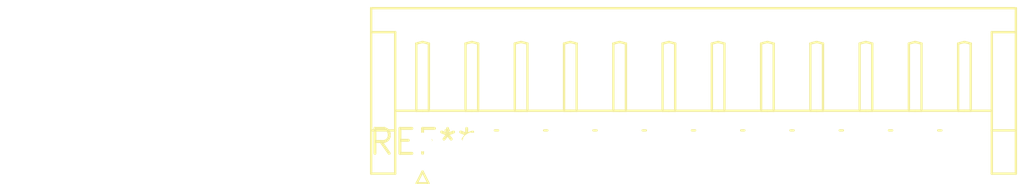
<source format=kicad_pcb>
(kicad_pcb (version 20240108) (generator pcbnew)
  (layers (0 "F.Cu" signal) (31 "B.Cu" signal) (34 "B.Paste" user) (35 "F.Paste" user) (36 "B.SilkS" user "B.Silkscreen") (37 "F.SilkS" user "F.Silkscreen") (38 "B.Mask" user) (39 "F.Mask" user) (44 "Edge.Cuts" user))
  (net 0 "")
  (footprint "JST_EH_S12B-EH_1x12_P2.50mm_Horizontal" (layer "F.Cu") (at 0 0)
    (property "Reference" "REF**")
    (property "Value" "JST_EH_S12B-EH_1x12_P2.50mm_Horizontal")
    (fp_line (start -2.61 -6.81) (end 30.11 -6.81) (layer "F.SilkS") (stroke (width 0.12)))
    (fp_line (start -2.61 -5.59) (end -1.39 -5.59) (layer "F.SilkS") (stroke (width 0.12)))
    (fp_line (start -2.61 1.61) (end -2.61 -6.81) (layer "F.SilkS") (stroke (width 0.12)))
    (fp_line (start -1.39 -5.59) (end -1.39 -0.59) (layer "F.SilkS") (stroke (width 0.12)))
    (fp_line (start -1.39 -1.59) (end 28.89 -1.59) (layer "F.SilkS") (stroke (width 0.12)))
    (fp_line (start -1.39 -0.59) (end -2.61 -0.59) (layer "F.SilkS") (stroke (width 0.12)))
    (fp_line (start -1.39 -0.59) (end -1.39 1.61) (layer "F.SilkS") (stroke (width 0.12)))
    (fp_line (start -1.39 1.61) (end -2.61 1.61) (layer "F.SilkS") (stroke (width 0.12)))
    (fp_line (start -0.32 -5.01) (end 0 -5.09) (layer "F.SilkS") (stroke (width 0.12)))
    (fp_line (start -0.32 -1.59) (end -0.32 -5.01) (layer "F.SilkS") (stroke (width 0.12)))
    (fp_line (start -0.3 2.1) (end 0.3 2.1) (layer "F.SilkS") (stroke (width 0.12)))
    (fp_line (start 0 -5.09) (end 0.32 -5.01) (layer "F.SilkS") (stroke (width 0.12)))
    (fp_line (start 0 -1.59) (end -0.32 -1.59) (layer "F.SilkS") (stroke (width 0.12)))
    (fp_line (start 0 1.5) (end -0.3 2.1) (layer "F.SilkS") (stroke (width 0.12)))
    (fp_line (start 0.3 2.1) (end 0 1.5) (layer "F.SilkS") (stroke (width 0.12)))
    (fp_line (start 0.32 -5.01) (end 0.32 -1.59) (layer "F.SilkS") (stroke (width 0.12)))
    (fp_line (start 0.32 -1.59) (end 0 -1.59) (layer "F.SilkS") (stroke (width 0.12)))
    (fp_line (start 1.17 -0.59) (end 1.33 -0.59) (layer "F.SilkS") (stroke (width 0.12)))
    (fp_line (start 2.18 -5.01) (end 2.5 -5.09) (layer "F.SilkS") (stroke (width 0.12)))
    (fp_line (start 2.18 -1.59) (end 2.18 -5.01) (layer "F.SilkS") (stroke (width 0.12)))
    (fp_line (start 2.5 -5.09) (end 2.82 -5.01) (layer "F.SilkS") (stroke (width 0.12)))
    (fp_line (start 2.5 -1.59) (end 2.18 -1.59) (layer "F.SilkS") (stroke (width 0.12)))
    (fp_line (start 2.82 -5.01) (end 2.82 -1.59) (layer "F.SilkS") (stroke (width 0.12)))
    (fp_line (start 2.82 -1.59) (end 2.5 -1.59) (layer "F.SilkS") (stroke (width 0.12)))
    (fp_line (start 3.67 -0.59) (end 3.83 -0.59) (layer "F.SilkS") (stroke (width 0.12)))
    (fp_line (start 4.68 -5.01) (end 5 -5.09) (layer "F.SilkS") (stroke (width 0.12)))
    (fp_line (start 4.68 -1.59) (end 4.68 -5.01) (layer "F.SilkS") (stroke (width 0.12)))
    (fp_line (start 5 -5.09) (end 5.32 -5.01) (layer "F.SilkS") (stroke (width 0.12)))
    (fp_line (start 5 -1.59) (end 4.68 -1.59) (layer "F.SilkS") (stroke (width 0.12)))
    (fp_line (start 5.32 -5.01) (end 5.32 -1.59) (layer "F.SilkS") (stroke (width 0.12)))
    (fp_line (start 5.32 -1.59) (end 5 -1.59) (layer "F.SilkS") (stroke (width 0.12)))
    (fp_line (start 6.17 -0.59) (end 6.33 -0.59) (layer "F.SilkS") (stroke (width 0.12)))
    (fp_line (start 7.18 -5.01) (end 7.5 -5.09) (layer "F.SilkS") (stroke (width 0.12)))
    (fp_line (start 7.18 -1.59) (end 7.18 -5.01) (layer "F.SilkS") (stroke (width 0.12)))
    (fp_line (start 7.5 -5.09) (end 7.82 -5.01) (layer "F.SilkS") (stroke (width 0.12)))
    (fp_line (start 7.5 -1.59) (end 7.18 -1.59) (layer "F.SilkS") (stroke (width 0.12)))
    (fp_line (start 7.82 -5.01) (end 7.82 -1.59) (layer "F.SilkS") (stroke (width 0.12)))
    (fp_line (start 7.82 -1.59) (end 7.5 -1.59) (layer "F.SilkS") (stroke (width 0.12)))
    (fp_line (start 8.67 -0.59) (end 8.83 -0.59) (layer "F.SilkS") (stroke (width 0.12)))
    (fp_line (start 9.68 -5.01) (end 10 -5.09) (layer "F.SilkS") (stroke (width 0.12)))
    (fp_line (start 9.68 -1.59) (end 9.68 -5.01) (layer "F.SilkS") (stroke (width 0.12)))
    (fp_line (start 10 -5.09) (end 10.32 -5.01) (layer "F.SilkS") (stroke (width 0.12)))
    (fp_line (start 10 -1.59) (end 9.68 -1.59) (layer "F.SilkS") (stroke (width 0.12)))
    (fp_line (start 10.32 -5.01) (end 10.32 -1.59) (layer "F.SilkS") (stroke (width 0.12)))
    (fp_line (start 10.32 -1.59) (end 10 -1.59) (layer "F.SilkS") (stroke (width 0.12)))
    (fp_line (start 11.17 -0.59) (end 11.33 -0.59) (layer "F.SilkS") (stroke (width 0.12)))
    (fp_line (start 12.18 -5.01) (end 12.5 -5.09) (layer "F.SilkS") (stroke (width 0.12)))
    (fp_line (start 12.18 -1.59) (end 12.18 -5.01) (layer "F.SilkS") (stroke (width 0.12)))
    (fp_line (start 12.5 -5.09) (end 12.82 -5.01) (layer "F.SilkS") (stroke (width 0.12)))
    (fp_line (start 12.5 -1.59) (end 12.18 -1.59) (layer "F.SilkS") (stroke (width 0.12)))
    (fp_line (start 12.82 -5.01) (end 12.82 -1.59) (layer "F.SilkS") (stroke (width 0.12)))
    (fp_line (start 12.82 -1.59) (end 12.5 -1.59) (layer "F.SilkS") (stroke (width 0.12)))
    (fp_line (start 13.67 -0.59) (end 13.83 -0.59) (layer "F.SilkS") (stroke (width 0.12)))
    (fp_line (start 14.68 -5.01) (end 15 -5.09) (layer "F.SilkS") (stroke (width 0.12)))
    (fp_line (start 14.68 -1.59) (end 14.68 -5.01) (layer "F.SilkS") (stroke (width 0.12)))
    (fp_line (start 15 -5.09) (end 15.32 -5.01) (layer "F.SilkS") (stroke (width 0.12)))
    (fp_line (start 15 -1.59) (end 14.68 -1.59) (layer "F.SilkS") (stroke (width 0.12)))
    (fp_line (start 15.32 -5.01) (end 15.32 -1.59) (layer "F.SilkS") (stroke (width 0.12)))
    (fp_line (start 15.32 -1.59) (end 15 -1.59) (layer "F.SilkS") (stroke (width 0.12)))
    (fp_line (start 16.17 -0.59) (end 16.33 -0.59) (layer "F.SilkS") (stroke (width 0.12)))
    (fp_line (start 17.18 -5.01) (end 17.5 -5.09) (layer "F.SilkS") (stroke (width 0.12)))
    (fp_line (start 17.18 -1.59) (end 17.18 -5.01) (layer "F.SilkS") (stroke (width 0.12)))
    (fp_line (start 17.5 -5.09) (end 17.82 -5.01) (layer "F.SilkS") (stroke (width 0.12)))
    (fp_line (start 17.5 -1.59) (end 17.18 -1.59) (layer "F.SilkS") (stroke (width 0.12)))
    (fp_line (start 17.82 -5.01) (end 17.82 -1.59) (layer "F.SilkS") (stroke (width 0.12)))
    (fp_line (start 17.82 -1.59) (end 17.5 -1.59) (layer "F.SilkS") (stroke (width 0.12)))
    (fp_line (start 18.67 -0.59) (end 18.83 -0.59) (layer "F.SilkS") (stroke (width 0.12)))
    (fp_line (start 19.68 -5.01) (end 20 -5.09) (layer "F.SilkS") (stroke (width 0.12)))
    (fp_line (start 19.68 -1.59) (end 19.68 -5.01) (layer "F.SilkS") (stroke (width 0.12)))
    (fp_line (start 20 -5.09) (end 20.32 -5.01) (layer "F.SilkS") (stroke (width 0.12)))
    (fp_line (start 20 -1.59) (end 19.68 -1.59) (layer "F.SilkS") (stroke (width 0.12)))
    (fp_line (start 20.32 -5.01) (end 20.32 -1.59) (layer "F.SilkS") (stroke (width 0.12)))
    (fp_line (start 20.32 -1.59) (end 20 -1.59) (layer "F.SilkS") (stroke (width 0.12)))
    (fp_line (start 21.17 -0.59) (end 21.33 -0.59) (layer "F.SilkS") (stroke (width 0.12)))
    (fp_line (start 22.18 -5.01) (end 22.5 -5.09) (layer "F.SilkS") (stroke (width 0.12)))
    (fp_line (start 22.18 -1.59) (end 22.18 -5.01) (layer "F.SilkS") (stroke (width 0.12)))
    (fp_line (start 22.5 -5.09) (end 22.82 -5.01) (layer "F.SilkS") (stroke (width 0.12)))
    (fp_line (start 22.5 -1.59) (end 22.18 -1.59) (layer "F.SilkS") (stroke (width 0.12)))
    (fp_line (start 22.82 -5.01) (end 22.82 -1.59) (layer "F.SilkS") (stroke (width 0.12)))
    (fp_line (start 22.82 -1.59) (end 22.5 -1.59) (layer "F.SilkS") (stroke (width 0.12)))
    (fp_line (start 23.67 -0.59) (end 23.83 -0.59) (layer "F.SilkS") (stroke (width 0.12)))
    (fp_line (start 24.68 -5.01) (end 25 -5.09) (layer "F.SilkS") (stroke (width 0.12)))
    (fp_line (start 24.68 -1.59) (end 24.68 -5.01) (layer "F.SilkS") (stroke (width 0.12)))
    (fp_line (start 25 -5.09) (end 25.32 -5.01) (layer "F.SilkS") (stroke (width 0.12)))
    (fp_line (start 25 -1.59) (end 24.68 -1.59) (layer "F.SilkS") (stroke (width 0.12)))
    (fp_line (start 25.32 -5.01) (end 25.32 -1.59) (layer "F.SilkS") (stroke (width 0.12)))
    (fp_line (start 25.32 -1.59) (end 25 -1.59) (layer "F.SilkS") (stroke (width 0.12)))
    (fp_line (start 26.17 -0.59) (end 26.33 -0.59) (layer "F.SilkS") (stroke (width 0.12)))
    (fp_line (start 27.18 -5.01) (end 27.5 -5.09) (layer "F.SilkS") (stroke (width 0.12)))
    (fp_line (start 27.18 -1.59) (end 27.18 -5.01) (layer "F.SilkS") (stroke (width 0.12)))
    (fp_line (start 27.5 -5.09) (end 27.82 -5.01) (layer "F.SilkS") (stroke (width 0.12)))
    (fp_line (start 27.5 -1.59) (end 27.18 -1.59) (layer "F.SilkS") (stroke (width 0.12)))
    (fp_line (start 27.82 -5.01) (end 27.82 -1.59) (layer "F.SilkS") (stroke (width 0.12)))
    (fp_line (start 27.82 -1.59) (end 27.5 -1.59) (layer "F.SilkS") (stroke (width 0.12)))
    (fp_line (start 28.89 -5.59) (end 28.89 -0.59) (layer "F.SilkS") (stroke (width 0.12)))
    (fp_line (start 28.89 -0.59) (end 30.11 -0.59) (layer "F.SilkS") (stroke (width 0.12)))
    (fp_line (start 28.89 1.61) (end 28.89 -0.59) (layer "F.SilkS") (stroke (width 0.12)))
    (fp_line (start 30.11 -6.81) (end 30.11 1.61) (layer "F.SilkS") (stroke (width 0.12)))
    (fp_line (start 30.11 -5.59) (end 28.89 -5.59) (layer "F.SilkS") (stroke (width 0.12)))
    (fp_line (start 30.11 1.61) (end 28.89 1.61) (layer "F.SilkS") (stroke (width 0.12)))
    (pad "1" thru_hole roundrect (at 0 0) (size 1.7 1.95) (drill 0.95) (layers *.Cu *.Mask) (remove_unused_layers) (roundrect_rratio 0.147059))
    (pad "2" thru_hole oval (at 2.5 0) (size 1.7 1.95) (drill 0.95) (layers *.Cu *.Mask) (remove_unused_layers))
    (pad "3" thru_hole oval (at 5 0) (size 1.7 1.95) (drill 0.95) (layers *.Cu *.Mask) (remove_unused_layers))
    (pad "4" thru_hole oval (at 7.5 0) (size 1.7 1.95) (drill 0.95) (layers *.Cu *.Mask) (remove_unused_layers))
    (pad "5" thru_hole oval (at 10 0) (size 1.7 1.95) (drill 0.95) (layers *.Cu *.Mask) (remove_unused_layers))
    (pad "6" thru_hole oval (at 12.5 0) (size 1.7 1.95) (drill 0.95) (layers *.Cu *.Mask) (remove_unused_layers))
    (pad "7" thru_hole oval (at 15 0) (size 1.7 1.95) (drill 0.95) (layers *.Cu *.Mask) (remove_unused_layers))
    (pad "8" thru_hole oval (at 17.5 0) (size 1.7 1.95) (drill 0.95) (layers *.Cu *.Mask) (remove_unused_layers))
    (pad "9" thru_hole oval (at 20 0) (size 1.7 1.95) (drill 0.95) (layers *.Cu *.Mask) (remove_unused_layers))
    (pad "10" thru_hole oval (at 22.5 0) (size 1.7 1.95) (drill 0.95) (layers *.Cu *.Mask) (remove_unused_layers))
    (pad "11" thru_hole oval (at 25 0) (size 1.7 1.95) (drill 0.95) (layers *.Cu *.Mask) (remove_unused_layers))
    (pad "12" thru_hole oval (at 27.5 0) (size 1.7 1.95) (drill 0.95) (layers *.Cu *.Mask) (remove_unused_layers))
  )
)
</source>
